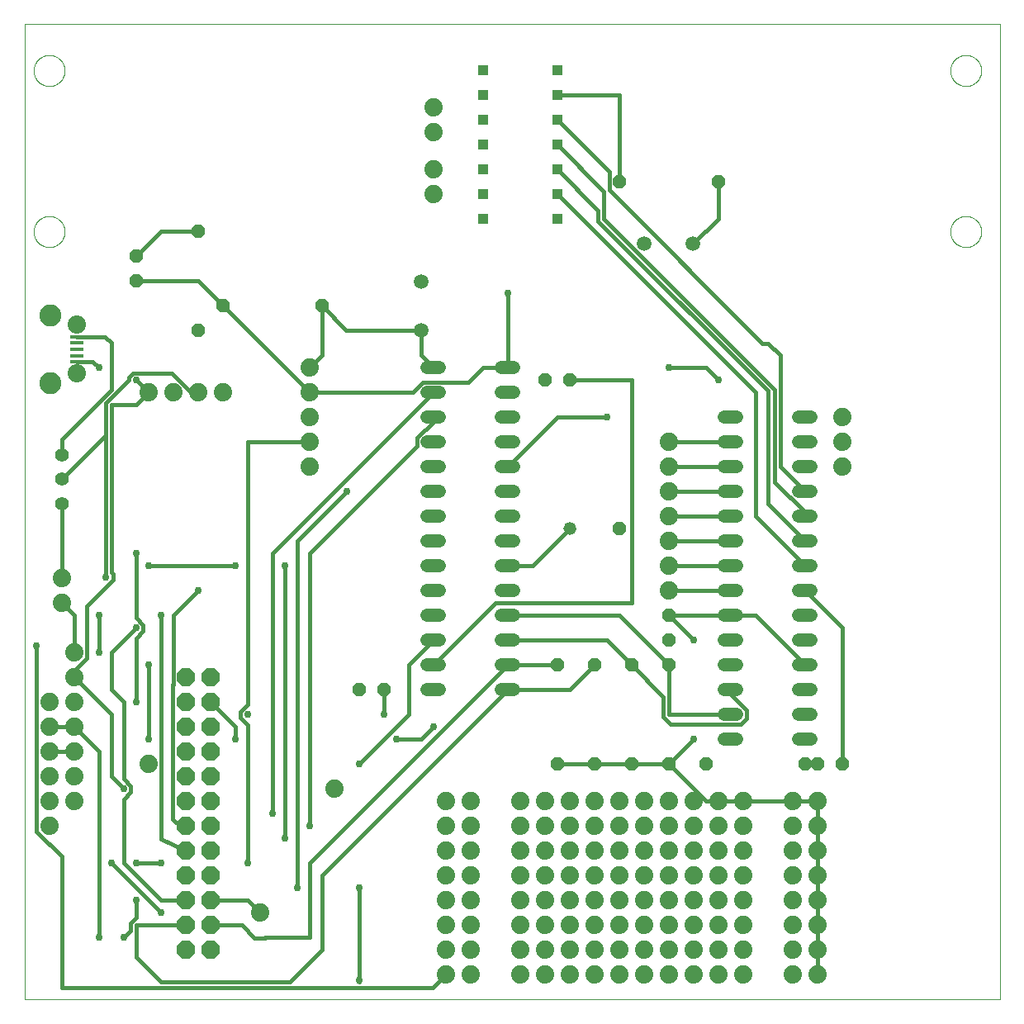
<source format=gtl>
G75*
%MOIN*%
%OFA0B0*%
%FSLAX25Y25*%
%IPPOS*%
%LPD*%
%AMOC8*
5,1,8,0,0,1.08239X$1,22.5*
%
%ADD10C,0.00000*%
%ADD11C,0.05200*%
%ADD12R,0.05315X0.01575*%
%ADD13C,0.07382*%
%ADD14C,0.08858*%
%ADD15C,0.07400*%
%ADD16C,0.05543*%
%ADD17OC8,0.05200*%
%ADD18C,0.05937*%
%ADD19C,0.05200*%
%ADD20R,0.04362X0.04362*%
%ADD21OC8,0.07400*%
%ADD22C,0.01600*%
%ADD23C,0.02978*%
D10*
X0003000Y0001800D02*
X0003000Y0395501D01*
X0396701Y0395501D01*
X0396701Y0001800D01*
X0003000Y0001800D01*
X0006750Y0311800D02*
X0006752Y0311958D01*
X0006758Y0312115D01*
X0006768Y0312273D01*
X0006782Y0312430D01*
X0006800Y0312586D01*
X0006821Y0312743D01*
X0006847Y0312898D01*
X0006877Y0313053D01*
X0006910Y0313207D01*
X0006948Y0313360D01*
X0006989Y0313513D01*
X0007034Y0313664D01*
X0007083Y0313814D01*
X0007136Y0313962D01*
X0007192Y0314110D01*
X0007253Y0314255D01*
X0007316Y0314400D01*
X0007384Y0314542D01*
X0007455Y0314683D01*
X0007529Y0314822D01*
X0007607Y0314959D01*
X0007689Y0315094D01*
X0007773Y0315227D01*
X0007862Y0315358D01*
X0007953Y0315486D01*
X0008048Y0315613D01*
X0008145Y0315736D01*
X0008246Y0315858D01*
X0008350Y0315976D01*
X0008457Y0316092D01*
X0008567Y0316205D01*
X0008679Y0316316D01*
X0008795Y0316423D01*
X0008913Y0316528D01*
X0009033Y0316630D01*
X0009156Y0316728D01*
X0009282Y0316824D01*
X0009410Y0316916D01*
X0009540Y0317005D01*
X0009672Y0317091D01*
X0009807Y0317173D01*
X0009944Y0317252D01*
X0010082Y0317327D01*
X0010222Y0317399D01*
X0010365Y0317467D01*
X0010508Y0317532D01*
X0010654Y0317593D01*
X0010801Y0317650D01*
X0010949Y0317704D01*
X0011099Y0317754D01*
X0011249Y0317800D01*
X0011401Y0317842D01*
X0011554Y0317881D01*
X0011708Y0317915D01*
X0011863Y0317946D01*
X0012018Y0317972D01*
X0012174Y0317995D01*
X0012331Y0318014D01*
X0012488Y0318029D01*
X0012645Y0318040D01*
X0012803Y0318047D01*
X0012961Y0318050D01*
X0013118Y0318049D01*
X0013276Y0318044D01*
X0013433Y0318035D01*
X0013591Y0318022D01*
X0013747Y0318005D01*
X0013904Y0317984D01*
X0014059Y0317960D01*
X0014214Y0317931D01*
X0014369Y0317898D01*
X0014522Y0317862D01*
X0014675Y0317821D01*
X0014826Y0317777D01*
X0014976Y0317729D01*
X0015125Y0317678D01*
X0015273Y0317622D01*
X0015419Y0317563D01*
X0015564Y0317500D01*
X0015707Y0317433D01*
X0015848Y0317363D01*
X0015987Y0317290D01*
X0016125Y0317213D01*
X0016261Y0317132D01*
X0016394Y0317048D01*
X0016525Y0316961D01*
X0016654Y0316870D01*
X0016781Y0316776D01*
X0016906Y0316679D01*
X0017027Y0316579D01*
X0017147Y0316476D01*
X0017263Y0316370D01*
X0017377Y0316261D01*
X0017489Y0316149D01*
X0017597Y0316035D01*
X0017702Y0315917D01*
X0017805Y0315797D01*
X0017904Y0315675D01*
X0018000Y0315550D01*
X0018093Y0315422D01*
X0018183Y0315293D01*
X0018269Y0315161D01*
X0018353Y0315027D01*
X0018432Y0314891D01*
X0018509Y0314753D01*
X0018581Y0314613D01*
X0018650Y0314471D01*
X0018716Y0314328D01*
X0018778Y0314183D01*
X0018836Y0314036D01*
X0018891Y0313888D01*
X0018942Y0313739D01*
X0018989Y0313588D01*
X0019032Y0313437D01*
X0019071Y0313284D01*
X0019107Y0313130D01*
X0019138Y0312976D01*
X0019166Y0312821D01*
X0019190Y0312665D01*
X0019210Y0312508D01*
X0019226Y0312351D01*
X0019238Y0312194D01*
X0019246Y0312037D01*
X0019250Y0311879D01*
X0019250Y0311721D01*
X0019246Y0311563D01*
X0019238Y0311406D01*
X0019226Y0311249D01*
X0019210Y0311092D01*
X0019190Y0310935D01*
X0019166Y0310779D01*
X0019138Y0310624D01*
X0019107Y0310470D01*
X0019071Y0310316D01*
X0019032Y0310163D01*
X0018989Y0310012D01*
X0018942Y0309861D01*
X0018891Y0309712D01*
X0018836Y0309564D01*
X0018778Y0309417D01*
X0018716Y0309272D01*
X0018650Y0309129D01*
X0018581Y0308987D01*
X0018509Y0308847D01*
X0018432Y0308709D01*
X0018353Y0308573D01*
X0018269Y0308439D01*
X0018183Y0308307D01*
X0018093Y0308178D01*
X0018000Y0308050D01*
X0017904Y0307925D01*
X0017805Y0307803D01*
X0017702Y0307683D01*
X0017597Y0307565D01*
X0017489Y0307451D01*
X0017377Y0307339D01*
X0017263Y0307230D01*
X0017147Y0307124D01*
X0017027Y0307021D01*
X0016906Y0306921D01*
X0016781Y0306824D01*
X0016654Y0306730D01*
X0016525Y0306639D01*
X0016394Y0306552D01*
X0016261Y0306468D01*
X0016125Y0306387D01*
X0015987Y0306310D01*
X0015848Y0306237D01*
X0015707Y0306167D01*
X0015564Y0306100D01*
X0015419Y0306037D01*
X0015273Y0305978D01*
X0015125Y0305922D01*
X0014976Y0305871D01*
X0014826Y0305823D01*
X0014675Y0305779D01*
X0014522Y0305738D01*
X0014369Y0305702D01*
X0014214Y0305669D01*
X0014059Y0305640D01*
X0013904Y0305616D01*
X0013747Y0305595D01*
X0013591Y0305578D01*
X0013433Y0305565D01*
X0013276Y0305556D01*
X0013118Y0305551D01*
X0012961Y0305550D01*
X0012803Y0305553D01*
X0012645Y0305560D01*
X0012488Y0305571D01*
X0012331Y0305586D01*
X0012174Y0305605D01*
X0012018Y0305628D01*
X0011863Y0305654D01*
X0011708Y0305685D01*
X0011554Y0305719D01*
X0011401Y0305758D01*
X0011249Y0305800D01*
X0011099Y0305846D01*
X0010949Y0305896D01*
X0010801Y0305950D01*
X0010654Y0306007D01*
X0010508Y0306068D01*
X0010365Y0306133D01*
X0010222Y0306201D01*
X0010082Y0306273D01*
X0009944Y0306348D01*
X0009807Y0306427D01*
X0009672Y0306509D01*
X0009540Y0306595D01*
X0009410Y0306684D01*
X0009282Y0306776D01*
X0009156Y0306872D01*
X0009033Y0306970D01*
X0008913Y0307072D01*
X0008795Y0307177D01*
X0008679Y0307284D01*
X0008567Y0307395D01*
X0008457Y0307508D01*
X0008350Y0307624D01*
X0008246Y0307742D01*
X0008145Y0307864D01*
X0008048Y0307987D01*
X0007953Y0308114D01*
X0007862Y0308242D01*
X0007773Y0308373D01*
X0007689Y0308506D01*
X0007607Y0308641D01*
X0007529Y0308778D01*
X0007455Y0308917D01*
X0007384Y0309058D01*
X0007316Y0309200D01*
X0007253Y0309345D01*
X0007192Y0309490D01*
X0007136Y0309638D01*
X0007083Y0309786D01*
X0007034Y0309936D01*
X0006989Y0310087D01*
X0006948Y0310240D01*
X0006910Y0310393D01*
X0006877Y0310547D01*
X0006847Y0310702D01*
X0006821Y0310857D01*
X0006800Y0311014D01*
X0006782Y0311170D01*
X0006768Y0311327D01*
X0006758Y0311485D01*
X0006752Y0311642D01*
X0006750Y0311800D01*
X0006750Y0376800D02*
X0006752Y0376958D01*
X0006758Y0377115D01*
X0006768Y0377273D01*
X0006782Y0377430D01*
X0006800Y0377586D01*
X0006821Y0377743D01*
X0006847Y0377898D01*
X0006877Y0378053D01*
X0006910Y0378207D01*
X0006948Y0378360D01*
X0006989Y0378513D01*
X0007034Y0378664D01*
X0007083Y0378814D01*
X0007136Y0378962D01*
X0007192Y0379110D01*
X0007253Y0379255D01*
X0007316Y0379400D01*
X0007384Y0379542D01*
X0007455Y0379683D01*
X0007529Y0379822D01*
X0007607Y0379959D01*
X0007689Y0380094D01*
X0007773Y0380227D01*
X0007862Y0380358D01*
X0007953Y0380486D01*
X0008048Y0380613D01*
X0008145Y0380736D01*
X0008246Y0380858D01*
X0008350Y0380976D01*
X0008457Y0381092D01*
X0008567Y0381205D01*
X0008679Y0381316D01*
X0008795Y0381423D01*
X0008913Y0381528D01*
X0009033Y0381630D01*
X0009156Y0381728D01*
X0009282Y0381824D01*
X0009410Y0381916D01*
X0009540Y0382005D01*
X0009672Y0382091D01*
X0009807Y0382173D01*
X0009944Y0382252D01*
X0010082Y0382327D01*
X0010222Y0382399D01*
X0010365Y0382467D01*
X0010508Y0382532D01*
X0010654Y0382593D01*
X0010801Y0382650D01*
X0010949Y0382704D01*
X0011099Y0382754D01*
X0011249Y0382800D01*
X0011401Y0382842D01*
X0011554Y0382881D01*
X0011708Y0382915D01*
X0011863Y0382946D01*
X0012018Y0382972D01*
X0012174Y0382995D01*
X0012331Y0383014D01*
X0012488Y0383029D01*
X0012645Y0383040D01*
X0012803Y0383047D01*
X0012961Y0383050D01*
X0013118Y0383049D01*
X0013276Y0383044D01*
X0013433Y0383035D01*
X0013591Y0383022D01*
X0013747Y0383005D01*
X0013904Y0382984D01*
X0014059Y0382960D01*
X0014214Y0382931D01*
X0014369Y0382898D01*
X0014522Y0382862D01*
X0014675Y0382821D01*
X0014826Y0382777D01*
X0014976Y0382729D01*
X0015125Y0382678D01*
X0015273Y0382622D01*
X0015419Y0382563D01*
X0015564Y0382500D01*
X0015707Y0382433D01*
X0015848Y0382363D01*
X0015987Y0382290D01*
X0016125Y0382213D01*
X0016261Y0382132D01*
X0016394Y0382048D01*
X0016525Y0381961D01*
X0016654Y0381870D01*
X0016781Y0381776D01*
X0016906Y0381679D01*
X0017027Y0381579D01*
X0017147Y0381476D01*
X0017263Y0381370D01*
X0017377Y0381261D01*
X0017489Y0381149D01*
X0017597Y0381035D01*
X0017702Y0380917D01*
X0017805Y0380797D01*
X0017904Y0380675D01*
X0018000Y0380550D01*
X0018093Y0380422D01*
X0018183Y0380293D01*
X0018269Y0380161D01*
X0018353Y0380027D01*
X0018432Y0379891D01*
X0018509Y0379753D01*
X0018581Y0379613D01*
X0018650Y0379471D01*
X0018716Y0379328D01*
X0018778Y0379183D01*
X0018836Y0379036D01*
X0018891Y0378888D01*
X0018942Y0378739D01*
X0018989Y0378588D01*
X0019032Y0378437D01*
X0019071Y0378284D01*
X0019107Y0378130D01*
X0019138Y0377976D01*
X0019166Y0377821D01*
X0019190Y0377665D01*
X0019210Y0377508D01*
X0019226Y0377351D01*
X0019238Y0377194D01*
X0019246Y0377037D01*
X0019250Y0376879D01*
X0019250Y0376721D01*
X0019246Y0376563D01*
X0019238Y0376406D01*
X0019226Y0376249D01*
X0019210Y0376092D01*
X0019190Y0375935D01*
X0019166Y0375779D01*
X0019138Y0375624D01*
X0019107Y0375470D01*
X0019071Y0375316D01*
X0019032Y0375163D01*
X0018989Y0375012D01*
X0018942Y0374861D01*
X0018891Y0374712D01*
X0018836Y0374564D01*
X0018778Y0374417D01*
X0018716Y0374272D01*
X0018650Y0374129D01*
X0018581Y0373987D01*
X0018509Y0373847D01*
X0018432Y0373709D01*
X0018353Y0373573D01*
X0018269Y0373439D01*
X0018183Y0373307D01*
X0018093Y0373178D01*
X0018000Y0373050D01*
X0017904Y0372925D01*
X0017805Y0372803D01*
X0017702Y0372683D01*
X0017597Y0372565D01*
X0017489Y0372451D01*
X0017377Y0372339D01*
X0017263Y0372230D01*
X0017147Y0372124D01*
X0017027Y0372021D01*
X0016906Y0371921D01*
X0016781Y0371824D01*
X0016654Y0371730D01*
X0016525Y0371639D01*
X0016394Y0371552D01*
X0016261Y0371468D01*
X0016125Y0371387D01*
X0015987Y0371310D01*
X0015848Y0371237D01*
X0015707Y0371167D01*
X0015564Y0371100D01*
X0015419Y0371037D01*
X0015273Y0370978D01*
X0015125Y0370922D01*
X0014976Y0370871D01*
X0014826Y0370823D01*
X0014675Y0370779D01*
X0014522Y0370738D01*
X0014369Y0370702D01*
X0014214Y0370669D01*
X0014059Y0370640D01*
X0013904Y0370616D01*
X0013747Y0370595D01*
X0013591Y0370578D01*
X0013433Y0370565D01*
X0013276Y0370556D01*
X0013118Y0370551D01*
X0012961Y0370550D01*
X0012803Y0370553D01*
X0012645Y0370560D01*
X0012488Y0370571D01*
X0012331Y0370586D01*
X0012174Y0370605D01*
X0012018Y0370628D01*
X0011863Y0370654D01*
X0011708Y0370685D01*
X0011554Y0370719D01*
X0011401Y0370758D01*
X0011249Y0370800D01*
X0011099Y0370846D01*
X0010949Y0370896D01*
X0010801Y0370950D01*
X0010654Y0371007D01*
X0010508Y0371068D01*
X0010365Y0371133D01*
X0010222Y0371201D01*
X0010082Y0371273D01*
X0009944Y0371348D01*
X0009807Y0371427D01*
X0009672Y0371509D01*
X0009540Y0371595D01*
X0009410Y0371684D01*
X0009282Y0371776D01*
X0009156Y0371872D01*
X0009033Y0371970D01*
X0008913Y0372072D01*
X0008795Y0372177D01*
X0008679Y0372284D01*
X0008567Y0372395D01*
X0008457Y0372508D01*
X0008350Y0372624D01*
X0008246Y0372742D01*
X0008145Y0372864D01*
X0008048Y0372987D01*
X0007953Y0373114D01*
X0007862Y0373242D01*
X0007773Y0373373D01*
X0007689Y0373506D01*
X0007607Y0373641D01*
X0007529Y0373778D01*
X0007455Y0373917D01*
X0007384Y0374058D01*
X0007316Y0374200D01*
X0007253Y0374345D01*
X0007192Y0374490D01*
X0007136Y0374638D01*
X0007083Y0374786D01*
X0007034Y0374936D01*
X0006989Y0375087D01*
X0006948Y0375240D01*
X0006910Y0375393D01*
X0006877Y0375547D01*
X0006847Y0375702D01*
X0006821Y0375857D01*
X0006800Y0376014D01*
X0006782Y0376170D01*
X0006768Y0376327D01*
X0006758Y0376485D01*
X0006752Y0376642D01*
X0006750Y0376800D01*
X0376750Y0376800D02*
X0376752Y0376958D01*
X0376758Y0377115D01*
X0376768Y0377273D01*
X0376782Y0377430D01*
X0376800Y0377586D01*
X0376821Y0377743D01*
X0376847Y0377898D01*
X0376877Y0378053D01*
X0376910Y0378207D01*
X0376948Y0378360D01*
X0376989Y0378513D01*
X0377034Y0378664D01*
X0377083Y0378814D01*
X0377136Y0378962D01*
X0377192Y0379110D01*
X0377253Y0379255D01*
X0377316Y0379400D01*
X0377384Y0379542D01*
X0377455Y0379683D01*
X0377529Y0379822D01*
X0377607Y0379959D01*
X0377689Y0380094D01*
X0377773Y0380227D01*
X0377862Y0380358D01*
X0377953Y0380486D01*
X0378048Y0380613D01*
X0378145Y0380736D01*
X0378246Y0380858D01*
X0378350Y0380976D01*
X0378457Y0381092D01*
X0378567Y0381205D01*
X0378679Y0381316D01*
X0378795Y0381423D01*
X0378913Y0381528D01*
X0379033Y0381630D01*
X0379156Y0381728D01*
X0379282Y0381824D01*
X0379410Y0381916D01*
X0379540Y0382005D01*
X0379672Y0382091D01*
X0379807Y0382173D01*
X0379944Y0382252D01*
X0380082Y0382327D01*
X0380222Y0382399D01*
X0380365Y0382467D01*
X0380508Y0382532D01*
X0380654Y0382593D01*
X0380801Y0382650D01*
X0380949Y0382704D01*
X0381099Y0382754D01*
X0381249Y0382800D01*
X0381401Y0382842D01*
X0381554Y0382881D01*
X0381708Y0382915D01*
X0381863Y0382946D01*
X0382018Y0382972D01*
X0382174Y0382995D01*
X0382331Y0383014D01*
X0382488Y0383029D01*
X0382645Y0383040D01*
X0382803Y0383047D01*
X0382961Y0383050D01*
X0383118Y0383049D01*
X0383276Y0383044D01*
X0383433Y0383035D01*
X0383591Y0383022D01*
X0383747Y0383005D01*
X0383904Y0382984D01*
X0384059Y0382960D01*
X0384214Y0382931D01*
X0384369Y0382898D01*
X0384522Y0382862D01*
X0384675Y0382821D01*
X0384826Y0382777D01*
X0384976Y0382729D01*
X0385125Y0382678D01*
X0385273Y0382622D01*
X0385419Y0382563D01*
X0385564Y0382500D01*
X0385707Y0382433D01*
X0385848Y0382363D01*
X0385987Y0382290D01*
X0386125Y0382213D01*
X0386261Y0382132D01*
X0386394Y0382048D01*
X0386525Y0381961D01*
X0386654Y0381870D01*
X0386781Y0381776D01*
X0386906Y0381679D01*
X0387027Y0381579D01*
X0387147Y0381476D01*
X0387263Y0381370D01*
X0387377Y0381261D01*
X0387489Y0381149D01*
X0387597Y0381035D01*
X0387702Y0380917D01*
X0387805Y0380797D01*
X0387904Y0380675D01*
X0388000Y0380550D01*
X0388093Y0380422D01*
X0388183Y0380293D01*
X0388269Y0380161D01*
X0388353Y0380027D01*
X0388432Y0379891D01*
X0388509Y0379753D01*
X0388581Y0379613D01*
X0388650Y0379471D01*
X0388716Y0379328D01*
X0388778Y0379183D01*
X0388836Y0379036D01*
X0388891Y0378888D01*
X0388942Y0378739D01*
X0388989Y0378588D01*
X0389032Y0378437D01*
X0389071Y0378284D01*
X0389107Y0378130D01*
X0389138Y0377976D01*
X0389166Y0377821D01*
X0389190Y0377665D01*
X0389210Y0377508D01*
X0389226Y0377351D01*
X0389238Y0377194D01*
X0389246Y0377037D01*
X0389250Y0376879D01*
X0389250Y0376721D01*
X0389246Y0376563D01*
X0389238Y0376406D01*
X0389226Y0376249D01*
X0389210Y0376092D01*
X0389190Y0375935D01*
X0389166Y0375779D01*
X0389138Y0375624D01*
X0389107Y0375470D01*
X0389071Y0375316D01*
X0389032Y0375163D01*
X0388989Y0375012D01*
X0388942Y0374861D01*
X0388891Y0374712D01*
X0388836Y0374564D01*
X0388778Y0374417D01*
X0388716Y0374272D01*
X0388650Y0374129D01*
X0388581Y0373987D01*
X0388509Y0373847D01*
X0388432Y0373709D01*
X0388353Y0373573D01*
X0388269Y0373439D01*
X0388183Y0373307D01*
X0388093Y0373178D01*
X0388000Y0373050D01*
X0387904Y0372925D01*
X0387805Y0372803D01*
X0387702Y0372683D01*
X0387597Y0372565D01*
X0387489Y0372451D01*
X0387377Y0372339D01*
X0387263Y0372230D01*
X0387147Y0372124D01*
X0387027Y0372021D01*
X0386906Y0371921D01*
X0386781Y0371824D01*
X0386654Y0371730D01*
X0386525Y0371639D01*
X0386394Y0371552D01*
X0386261Y0371468D01*
X0386125Y0371387D01*
X0385987Y0371310D01*
X0385848Y0371237D01*
X0385707Y0371167D01*
X0385564Y0371100D01*
X0385419Y0371037D01*
X0385273Y0370978D01*
X0385125Y0370922D01*
X0384976Y0370871D01*
X0384826Y0370823D01*
X0384675Y0370779D01*
X0384522Y0370738D01*
X0384369Y0370702D01*
X0384214Y0370669D01*
X0384059Y0370640D01*
X0383904Y0370616D01*
X0383747Y0370595D01*
X0383591Y0370578D01*
X0383433Y0370565D01*
X0383276Y0370556D01*
X0383118Y0370551D01*
X0382961Y0370550D01*
X0382803Y0370553D01*
X0382645Y0370560D01*
X0382488Y0370571D01*
X0382331Y0370586D01*
X0382174Y0370605D01*
X0382018Y0370628D01*
X0381863Y0370654D01*
X0381708Y0370685D01*
X0381554Y0370719D01*
X0381401Y0370758D01*
X0381249Y0370800D01*
X0381099Y0370846D01*
X0380949Y0370896D01*
X0380801Y0370950D01*
X0380654Y0371007D01*
X0380508Y0371068D01*
X0380365Y0371133D01*
X0380222Y0371201D01*
X0380082Y0371273D01*
X0379944Y0371348D01*
X0379807Y0371427D01*
X0379672Y0371509D01*
X0379540Y0371595D01*
X0379410Y0371684D01*
X0379282Y0371776D01*
X0379156Y0371872D01*
X0379033Y0371970D01*
X0378913Y0372072D01*
X0378795Y0372177D01*
X0378679Y0372284D01*
X0378567Y0372395D01*
X0378457Y0372508D01*
X0378350Y0372624D01*
X0378246Y0372742D01*
X0378145Y0372864D01*
X0378048Y0372987D01*
X0377953Y0373114D01*
X0377862Y0373242D01*
X0377773Y0373373D01*
X0377689Y0373506D01*
X0377607Y0373641D01*
X0377529Y0373778D01*
X0377455Y0373917D01*
X0377384Y0374058D01*
X0377316Y0374200D01*
X0377253Y0374345D01*
X0377192Y0374490D01*
X0377136Y0374638D01*
X0377083Y0374786D01*
X0377034Y0374936D01*
X0376989Y0375087D01*
X0376948Y0375240D01*
X0376910Y0375393D01*
X0376877Y0375547D01*
X0376847Y0375702D01*
X0376821Y0375857D01*
X0376800Y0376014D01*
X0376782Y0376170D01*
X0376768Y0376327D01*
X0376758Y0376485D01*
X0376752Y0376642D01*
X0376750Y0376800D01*
X0376750Y0311800D02*
X0376752Y0311958D01*
X0376758Y0312115D01*
X0376768Y0312273D01*
X0376782Y0312430D01*
X0376800Y0312586D01*
X0376821Y0312743D01*
X0376847Y0312898D01*
X0376877Y0313053D01*
X0376910Y0313207D01*
X0376948Y0313360D01*
X0376989Y0313513D01*
X0377034Y0313664D01*
X0377083Y0313814D01*
X0377136Y0313962D01*
X0377192Y0314110D01*
X0377253Y0314255D01*
X0377316Y0314400D01*
X0377384Y0314542D01*
X0377455Y0314683D01*
X0377529Y0314822D01*
X0377607Y0314959D01*
X0377689Y0315094D01*
X0377773Y0315227D01*
X0377862Y0315358D01*
X0377953Y0315486D01*
X0378048Y0315613D01*
X0378145Y0315736D01*
X0378246Y0315858D01*
X0378350Y0315976D01*
X0378457Y0316092D01*
X0378567Y0316205D01*
X0378679Y0316316D01*
X0378795Y0316423D01*
X0378913Y0316528D01*
X0379033Y0316630D01*
X0379156Y0316728D01*
X0379282Y0316824D01*
X0379410Y0316916D01*
X0379540Y0317005D01*
X0379672Y0317091D01*
X0379807Y0317173D01*
X0379944Y0317252D01*
X0380082Y0317327D01*
X0380222Y0317399D01*
X0380365Y0317467D01*
X0380508Y0317532D01*
X0380654Y0317593D01*
X0380801Y0317650D01*
X0380949Y0317704D01*
X0381099Y0317754D01*
X0381249Y0317800D01*
X0381401Y0317842D01*
X0381554Y0317881D01*
X0381708Y0317915D01*
X0381863Y0317946D01*
X0382018Y0317972D01*
X0382174Y0317995D01*
X0382331Y0318014D01*
X0382488Y0318029D01*
X0382645Y0318040D01*
X0382803Y0318047D01*
X0382961Y0318050D01*
X0383118Y0318049D01*
X0383276Y0318044D01*
X0383433Y0318035D01*
X0383591Y0318022D01*
X0383747Y0318005D01*
X0383904Y0317984D01*
X0384059Y0317960D01*
X0384214Y0317931D01*
X0384369Y0317898D01*
X0384522Y0317862D01*
X0384675Y0317821D01*
X0384826Y0317777D01*
X0384976Y0317729D01*
X0385125Y0317678D01*
X0385273Y0317622D01*
X0385419Y0317563D01*
X0385564Y0317500D01*
X0385707Y0317433D01*
X0385848Y0317363D01*
X0385987Y0317290D01*
X0386125Y0317213D01*
X0386261Y0317132D01*
X0386394Y0317048D01*
X0386525Y0316961D01*
X0386654Y0316870D01*
X0386781Y0316776D01*
X0386906Y0316679D01*
X0387027Y0316579D01*
X0387147Y0316476D01*
X0387263Y0316370D01*
X0387377Y0316261D01*
X0387489Y0316149D01*
X0387597Y0316035D01*
X0387702Y0315917D01*
X0387805Y0315797D01*
X0387904Y0315675D01*
X0388000Y0315550D01*
X0388093Y0315422D01*
X0388183Y0315293D01*
X0388269Y0315161D01*
X0388353Y0315027D01*
X0388432Y0314891D01*
X0388509Y0314753D01*
X0388581Y0314613D01*
X0388650Y0314471D01*
X0388716Y0314328D01*
X0388778Y0314183D01*
X0388836Y0314036D01*
X0388891Y0313888D01*
X0388942Y0313739D01*
X0388989Y0313588D01*
X0389032Y0313437D01*
X0389071Y0313284D01*
X0389107Y0313130D01*
X0389138Y0312976D01*
X0389166Y0312821D01*
X0389190Y0312665D01*
X0389210Y0312508D01*
X0389226Y0312351D01*
X0389238Y0312194D01*
X0389246Y0312037D01*
X0389250Y0311879D01*
X0389250Y0311721D01*
X0389246Y0311563D01*
X0389238Y0311406D01*
X0389226Y0311249D01*
X0389210Y0311092D01*
X0389190Y0310935D01*
X0389166Y0310779D01*
X0389138Y0310624D01*
X0389107Y0310470D01*
X0389071Y0310316D01*
X0389032Y0310163D01*
X0388989Y0310012D01*
X0388942Y0309861D01*
X0388891Y0309712D01*
X0388836Y0309564D01*
X0388778Y0309417D01*
X0388716Y0309272D01*
X0388650Y0309129D01*
X0388581Y0308987D01*
X0388509Y0308847D01*
X0388432Y0308709D01*
X0388353Y0308573D01*
X0388269Y0308439D01*
X0388183Y0308307D01*
X0388093Y0308178D01*
X0388000Y0308050D01*
X0387904Y0307925D01*
X0387805Y0307803D01*
X0387702Y0307683D01*
X0387597Y0307565D01*
X0387489Y0307451D01*
X0387377Y0307339D01*
X0387263Y0307230D01*
X0387147Y0307124D01*
X0387027Y0307021D01*
X0386906Y0306921D01*
X0386781Y0306824D01*
X0386654Y0306730D01*
X0386525Y0306639D01*
X0386394Y0306552D01*
X0386261Y0306468D01*
X0386125Y0306387D01*
X0385987Y0306310D01*
X0385848Y0306237D01*
X0385707Y0306167D01*
X0385564Y0306100D01*
X0385419Y0306037D01*
X0385273Y0305978D01*
X0385125Y0305922D01*
X0384976Y0305871D01*
X0384826Y0305823D01*
X0384675Y0305779D01*
X0384522Y0305738D01*
X0384369Y0305702D01*
X0384214Y0305669D01*
X0384059Y0305640D01*
X0383904Y0305616D01*
X0383747Y0305595D01*
X0383591Y0305578D01*
X0383433Y0305565D01*
X0383276Y0305556D01*
X0383118Y0305551D01*
X0382961Y0305550D01*
X0382803Y0305553D01*
X0382645Y0305560D01*
X0382488Y0305571D01*
X0382331Y0305586D01*
X0382174Y0305605D01*
X0382018Y0305628D01*
X0381863Y0305654D01*
X0381708Y0305685D01*
X0381554Y0305719D01*
X0381401Y0305758D01*
X0381249Y0305800D01*
X0381099Y0305846D01*
X0380949Y0305896D01*
X0380801Y0305950D01*
X0380654Y0306007D01*
X0380508Y0306068D01*
X0380365Y0306133D01*
X0380222Y0306201D01*
X0380082Y0306273D01*
X0379944Y0306348D01*
X0379807Y0306427D01*
X0379672Y0306509D01*
X0379540Y0306595D01*
X0379410Y0306684D01*
X0379282Y0306776D01*
X0379156Y0306872D01*
X0379033Y0306970D01*
X0378913Y0307072D01*
X0378795Y0307177D01*
X0378679Y0307284D01*
X0378567Y0307395D01*
X0378457Y0307508D01*
X0378350Y0307624D01*
X0378246Y0307742D01*
X0378145Y0307864D01*
X0378048Y0307987D01*
X0377953Y0308114D01*
X0377862Y0308242D01*
X0377773Y0308373D01*
X0377689Y0308506D01*
X0377607Y0308641D01*
X0377529Y0308778D01*
X0377455Y0308917D01*
X0377384Y0309058D01*
X0377316Y0309200D01*
X0377253Y0309345D01*
X0377192Y0309490D01*
X0377136Y0309638D01*
X0377083Y0309786D01*
X0377034Y0309936D01*
X0376989Y0310087D01*
X0376948Y0310240D01*
X0376910Y0310393D01*
X0376877Y0310547D01*
X0376847Y0310702D01*
X0376821Y0310857D01*
X0376800Y0311014D01*
X0376782Y0311170D01*
X0376768Y0311327D01*
X0376758Y0311485D01*
X0376752Y0311642D01*
X0376750Y0311800D01*
D11*
X0320600Y0236800D02*
X0315400Y0236800D01*
X0315400Y0226800D02*
X0320600Y0226800D01*
X0320600Y0216800D02*
X0315400Y0216800D01*
X0315400Y0206800D02*
X0320600Y0206800D01*
X0320600Y0196800D02*
X0315400Y0196800D01*
X0315400Y0186800D02*
X0320600Y0186800D01*
X0320600Y0176800D02*
X0315400Y0176800D01*
X0315400Y0166800D02*
X0320600Y0166800D01*
X0320600Y0156800D02*
X0315400Y0156800D01*
X0315400Y0146800D02*
X0320600Y0146800D01*
X0320600Y0136800D02*
X0315400Y0136800D01*
X0315400Y0126800D02*
X0320600Y0126800D01*
X0320600Y0116800D02*
X0315400Y0116800D01*
X0315400Y0106800D02*
X0320600Y0106800D01*
X0290600Y0106800D02*
X0285400Y0106800D01*
X0285400Y0116800D02*
X0290600Y0116800D01*
X0290600Y0126800D02*
X0285400Y0126800D01*
X0285400Y0136800D02*
X0290600Y0136800D01*
X0290600Y0146800D02*
X0285400Y0146800D01*
X0285400Y0156800D02*
X0290600Y0156800D01*
X0290600Y0166800D02*
X0285400Y0166800D01*
X0285400Y0176800D02*
X0290600Y0176800D01*
X0290600Y0186800D02*
X0285400Y0186800D01*
X0285400Y0196800D02*
X0290600Y0196800D01*
X0290600Y0206800D02*
X0285400Y0206800D01*
X0285400Y0216800D02*
X0290600Y0216800D01*
X0290600Y0226800D02*
X0285400Y0226800D01*
X0285400Y0236800D02*
X0290600Y0236800D01*
X0200600Y0236800D02*
X0195400Y0236800D01*
X0195400Y0246800D02*
X0200600Y0246800D01*
X0200600Y0256800D02*
X0195400Y0256800D01*
X0170600Y0256800D02*
X0165400Y0256800D01*
X0165400Y0246800D02*
X0170600Y0246800D01*
X0170600Y0236800D02*
X0165400Y0236800D01*
X0165400Y0226800D02*
X0170600Y0226800D01*
X0170600Y0216800D02*
X0165400Y0216800D01*
X0165400Y0206800D02*
X0170600Y0206800D01*
X0170600Y0196800D02*
X0165400Y0196800D01*
X0165400Y0186800D02*
X0170600Y0186800D01*
X0170600Y0176800D02*
X0165400Y0176800D01*
X0165400Y0166800D02*
X0170600Y0166800D01*
X0170600Y0156800D02*
X0165400Y0156800D01*
X0165400Y0146800D02*
X0170600Y0146800D01*
X0170600Y0136800D02*
X0165400Y0136800D01*
X0165400Y0126800D02*
X0170600Y0126800D01*
X0195400Y0126800D02*
X0200600Y0126800D01*
X0200600Y0136800D02*
X0195400Y0136800D01*
X0195400Y0146800D02*
X0200600Y0146800D01*
X0200600Y0156800D02*
X0195400Y0156800D01*
X0195400Y0166800D02*
X0200600Y0166800D01*
X0200600Y0176800D02*
X0195400Y0176800D01*
X0195400Y0186800D02*
X0200600Y0186800D01*
X0200600Y0196800D02*
X0195400Y0196800D01*
X0195400Y0206800D02*
X0200600Y0206800D01*
X0200600Y0216800D02*
X0195400Y0216800D01*
X0195400Y0226800D02*
X0200600Y0226800D01*
D12*
X0024130Y0259182D03*
X0024130Y0261741D03*
X0024130Y0264300D03*
X0024130Y0266859D03*
X0024130Y0269418D03*
D13*
X0024130Y0274143D03*
X0024130Y0254457D03*
D14*
X0013500Y0250520D03*
X0013500Y0278080D03*
D15*
X0053000Y0246800D03*
X0063000Y0246800D03*
X0073000Y0246800D03*
X0083000Y0246800D03*
X0118000Y0246800D03*
X0118000Y0236800D03*
X0118000Y0226800D03*
X0118000Y0216800D03*
X0118000Y0256800D03*
X0168000Y0326800D03*
X0168000Y0336800D03*
X0168000Y0351800D03*
X0168000Y0361800D03*
X0263000Y0226800D03*
X0263000Y0216800D03*
X0263000Y0206800D03*
X0263000Y0196800D03*
X0263000Y0186800D03*
X0263000Y0176800D03*
X0263000Y0166800D03*
X0333000Y0216800D03*
X0333000Y0226800D03*
X0333000Y0236800D03*
X0323000Y0081800D03*
X0323000Y0071800D03*
X0313000Y0071800D03*
X0313000Y0081800D03*
X0313000Y0061800D03*
X0323000Y0061800D03*
X0323000Y0051800D03*
X0323000Y0041800D03*
X0313000Y0041800D03*
X0313000Y0051800D03*
X0313000Y0031800D03*
X0313000Y0021800D03*
X0323000Y0021800D03*
X0323000Y0031800D03*
X0323000Y0011800D03*
X0313000Y0011800D03*
X0293000Y0011800D03*
X0293000Y0021800D03*
X0293000Y0031800D03*
X0293000Y0041800D03*
X0293000Y0051800D03*
X0293000Y0061800D03*
X0293000Y0071800D03*
X0293000Y0081800D03*
X0283000Y0081800D03*
X0283000Y0071800D03*
X0273000Y0071800D03*
X0273000Y0081800D03*
X0263000Y0081800D03*
X0263000Y0071800D03*
X0253000Y0071800D03*
X0253000Y0081800D03*
X0243000Y0081800D03*
X0243000Y0071800D03*
X0233000Y0071800D03*
X0233000Y0081800D03*
X0223000Y0081800D03*
X0223000Y0071800D03*
X0213000Y0071800D03*
X0213000Y0081800D03*
X0203000Y0081800D03*
X0203000Y0071800D03*
X0203000Y0061800D03*
X0203000Y0051800D03*
X0203000Y0041800D03*
X0203000Y0031800D03*
X0203000Y0021800D03*
X0203000Y0011800D03*
X0213000Y0011800D03*
X0223000Y0011800D03*
X0223000Y0021800D03*
X0223000Y0031800D03*
X0213000Y0031800D03*
X0213000Y0021800D03*
X0213000Y0041800D03*
X0213000Y0051800D03*
X0223000Y0051800D03*
X0223000Y0041800D03*
X0233000Y0041800D03*
X0233000Y0051800D03*
X0243000Y0051800D03*
X0243000Y0041800D03*
X0243000Y0031800D03*
X0243000Y0021800D03*
X0233000Y0021800D03*
X0233000Y0031800D03*
X0233000Y0011800D03*
X0243000Y0011800D03*
X0253000Y0011800D03*
X0263000Y0011800D03*
X0263000Y0021800D03*
X0263000Y0031800D03*
X0253000Y0031800D03*
X0253000Y0021800D03*
X0253000Y0041800D03*
X0253000Y0051800D03*
X0263000Y0051800D03*
X0263000Y0041800D03*
X0273000Y0041800D03*
X0273000Y0051800D03*
X0283000Y0051800D03*
X0283000Y0041800D03*
X0283000Y0031800D03*
X0283000Y0021800D03*
X0273000Y0021800D03*
X0273000Y0031800D03*
X0273000Y0011800D03*
X0283000Y0011800D03*
X0283000Y0061800D03*
X0273000Y0061800D03*
X0263000Y0061800D03*
X0253000Y0061800D03*
X0243000Y0061800D03*
X0233000Y0061800D03*
X0223000Y0061800D03*
X0213000Y0061800D03*
X0183000Y0061800D03*
X0173000Y0061800D03*
X0173000Y0051800D03*
X0173000Y0041800D03*
X0183000Y0041800D03*
X0183000Y0051800D03*
X0183000Y0031800D03*
X0183000Y0021800D03*
X0173000Y0021800D03*
X0173000Y0031800D03*
X0173000Y0011800D03*
X0183000Y0011800D03*
X0183000Y0071800D03*
X0183000Y0081800D03*
X0173000Y0081800D03*
X0173000Y0071800D03*
X0128000Y0086800D03*
X0098000Y0036800D03*
X0053000Y0096800D03*
X0023000Y0091800D03*
X0023000Y0101800D03*
X0013000Y0101800D03*
X0013000Y0091800D03*
X0013000Y0081800D03*
X0013000Y0071800D03*
X0023000Y0081800D03*
X0023000Y0111800D03*
X0023000Y0121800D03*
X0013000Y0121800D03*
X0013000Y0111800D03*
X0023000Y0131800D03*
X0023000Y0141800D03*
X0018000Y0161800D03*
X0018000Y0171800D03*
D16*
X0018000Y0201957D03*
X0018000Y0211800D03*
X0018000Y0221643D03*
D17*
X0073000Y0271800D03*
X0083000Y0281800D03*
X0073000Y0311800D03*
X0048000Y0301800D03*
X0048000Y0291800D03*
X0123000Y0281800D03*
X0213000Y0251800D03*
X0223000Y0251800D03*
X0243000Y0191800D03*
X0263000Y0156800D03*
X0263000Y0146800D03*
X0263000Y0136800D03*
X0248000Y0136800D03*
X0233000Y0136800D03*
X0218000Y0136800D03*
X0218000Y0096800D03*
X0233000Y0096800D03*
X0248000Y0096800D03*
X0263000Y0096800D03*
X0278000Y0096800D03*
X0318000Y0096800D03*
X0323000Y0096800D03*
X0333000Y0096800D03*
X0148000Y0126800D03*
X0138000Y0126800D03*
X0243000Y0331800D03*
X0283000Y0331800D03*
D18*
X0272843Y0306800D03*
X0253157Y0306800D03*
X0163000Y0291643D03*
X0163000Y0271957D03*
D19*
X0223000Y0191800D03*
D20*
X0218000Y0316800D03*
X0218000Y0326800D03*
X0218000Y0336800D03*
X0218000Y0346800D03*
X0218000Y0356800D03*
X0218000Y0366800D03*
X0218000Y0376800D03*
X0188000Y0376800D03*
X0188000Y0366800D03*
X0188000Y0356800D03*
X0188000Y0346800D03*
X0188000Y0336800D03*
X0188000Y0326800D03*
X0188000Y0316800D03*
D21*
X0078000Y0131800D03*
X0068000Y0131800D03*
X0068000Y0121800D03*
X0068000Y0111800D03*
X0078000Y0111800D03*
X0078000Y0121800D03*
X0078000Y0101800D03*
X0078000Y0091800D03*
X0068000Y0091800D03*
X0068000Y0101800D03*
X0068000Y0081800D03*
X0068000Y0071800D03*
X0078000Y0071800D03*
X0078000Y0081800D03*
X0078000Y0061800D03*
X0068000Y0061800D03*
X0068000Y0051800D03*
X0068000Y0041800D03*
X0078000Y0041800D03*
X0078000Y0051800D03*
X0078000Y0031800D03*
X0078000Y0021800D03*
X0068000Y0021800D03*
X0068000Y0031800D03*
D22*
X0048000Y0031800D01*
X0048000Y0018800D01*
X0058000Y0008800D01*
X0110000Y0008800D01*
X0123000Y0021800D01*
X0123000Y0051800D01*
X0198000Y0126800D01*
X0223000Y0126800D01*
X0233000Y0136800D01*
X0238000Y0146800D02*
X0248000Y0136800D01*
X0260800Y0124000D01*
X0260800Y0115889D01*
X0263889Y0112800D01*
X0292257Y0112800D01*
X0294600Y0115143D01*
X0294600Y0118457D01*
X0288000Y0125057D01*
X0288000Y0126800D01*
X0288000Y0116800D02*
X0263000Y0116800D01*
X0263000Y0136800D01*
X0243000Y0156800D01*
X0198000Y0156800D01*
X0193000Y0161800D02*
X0248000Y0161800D01*
X0248000Y0251800D01*
X0223000Y0251800D01*
X0218000Y0236800D02*
X0238000Y0236800D01*
X0218000Y0236800D02*
X0198000Y0216800D01*
X0223000Y0191800D02*
X0208000Y0176800D01*
X0198000Y0176800D01*
X0193000Y0161800D02*
X0168000Y0136800D01*
X0168000Y0146800D02*
X0158000Y0136800D01*
X0158000Y0116800D01*
X0138000Y0096800D01*
X0153000Y0106800D02*
X0163000Y0106800D01*
X0168000Y0111800D01*
X0148000Y0116800D02*
X0148000Y0126800D01*
X0198000Y0136800D02*
X0118000Y0056800D01*
X0118000Y0026800D01*
X0100212Y0026800D01*
X0100112Y0026700D01*
X0095887Y0026700D01*
X0090787Y0031800D01*
X0078000Y0031800D01*
X0078000Y0041800D02*
X0093000Y0041800D01*
X0098000Y0036800D01*
X0113000Y0046800D02*
X0113000Y0186800D01*
X0133000Y0206800D01*
X0118000Y0226800D02*
X0093000Y0226800D01*
X0093000Y0120886D01*
X0090111Y0117997D01*
X0090111Y0115603D01*
X0093000Y0112714D01*
X0093000Y0056800D01*
X0108000Y0066800D02*
X0108000Y0176800D01*
X0103000Y0181800D02*
X0168000Y0246800D01*
X0163743Y0250800D02*
X0182000Y0250800D01*
X0188000Y0256800D01*
X0198000Y0256800D01*
X0198000Y0286800D01*
X0168000Y0256800D02*
X0163000Y0261800D01*
X0163000Y0271957D01*
X0132843Y0271957D01*
X0123000Y0281800D01*
X0123000Y0261800D01*
X0118000Y0256800D01*
X0118000Y0246800D02*
X0159743Y0246800D01*
X0163743Y0250800D01*
X0168000Y0236800D02*
X0168000Y0235057D01*
X0161400Y0228457D01*
X0161400Y0225200D01*
X0118000Y0181800D01*
X0118000Y0071800D01*
X0103000Y0076800D02*
X0103000Y0181800D01*
X0088000Y0176800D02*
X0053000Y0176800D01*
X0048000Y0181800D02*
X0048000Y0155886D01*
X0050889Y0152997D01*
X0050889Y0150603D01*
X0048000Y0147714D01*
X0048000Y0121800D01*
X0043000Y0121800D02*
X0043000Y0090886D01*
X0045889Y0087997D01*
X0045889Y0085603D01*
X0043000Y0082714D01*
X0043000Y0056800D01*
X0058000Y0041800D01*
X0068000Y0041800D01*
X0058000Y0036800D02*
X0038000Y0056800D01*
X0048000Y0056800D02*
X0058000Y0056800D01*
X0058100Y0066700D02*
X0058100Y0093912D01*
X0058000Y0094012D01*
X0058000Y0156800D01*
X0063000Y0156800D02*
X0073000Y0166800D01*
X0063000Y0156800D02*
X0063000Y0129012D01*
X0062900Y0128912D01*
X0062900Y0074688D01*
X0065788Y0071800D01*
X0068000Y0071800D01*
X0068000Y0061800D02*
X0058100Y0066700D01*
X0043000Y0086800D02*
X0038000Y0091800D01*
X0038000Y0116800D01*
X0023000Y0131800D01*
X0023000Y0134588D01*
X0028100Y0139688D01*
X0028100Y0160602D01*
X0038689Y0171191D01*
X0038689Y0173584D01*
X0038000Y0174273D01*
X0038000Y0241800D01*
X0048000Y0241800D01*
X0053000Y0246800D01*
X0048000Y0251800D01*
X0045111Y0252022D02*
X0045111Y0252997D01*
X0046803Y0254689D01*
X0062324Y0254689D01*
X0070213Y0246800D01*
X0073000Y0246800D01*
X0045111Y0252022D02*
X0035800Y0242711D01*
X0035800Y0229600D01*
X0035800Y0172388D01*
X0033000Y0156800D02*
X0033000Y0141800D01*
X0038000Y0141800D02*
X0048000Y0151800D01*
X0038000Y0141800D02*
X0038000Y0126800D01*
X0043000Y0121800D01*
X0053000Y0136800D02*
X0053000Y0106800D01*
X0033000Y0101800D02*
X0023000Y0111800D01*
X0013000Y0111800D01*
X0013000Y0101800D02*
X0023000Y0101800D01*
X0033000Y0101800D02*
X0033000Y0026800D01*
X0043000Y0026800D02*
X0045800Y0029600D01*
X0045800Y0032711D01*
X0048000Y0034911D01*
X0048000Y0041800D01*
X0018000Y0059587D02*
X0007900Y0069688D01*
X0007900Y0144488D01*
X0023000Y0141800D02*
X0023000Y0156800D01*
X0018000Y0161800D01*
X0018000Y0171800D02*
X0018000Y0201957D01*
X0018000Y0211800D02*
X0035800Y0229600D01*
X0018000Y0228023D02*
X0018000Y0221643D01*
X0018000Y0228023D02*
X0038000Y0248023D01*
X0038000Y0266800D01*
X0035382Y0269418D01*
X0024130Y0269418D01*
X0024130Y0259182D02*
X0030618Y0259182D01*
X0033000Y0256800D01*
X0048000Y0291800D02*
X0073000Y0291800D01*
X0083000Y0281800D01*
X0118000Y0246800D01*
X0073000Y0311800D02*
X0058000Y0311800D01*
X0048000Y0301800D01*
X0198000Y0146800D02*
X0238000Y0146800D01*
X0218000Y0136800D02*
X0198000Y0136800D01*
X0218000Y0096800D02*
X0263000Y0096800D01*
X0278000Y0081800D01*
X0323000Y0081800D01*
X0323000Y0071800D01*
X0323000Y0061800D01*
X0323000Y0051800D01*
X0323000Y0041800D01*
X0323000Y0031800D01*
X0323000Y0021800D01*
X0323000Y0011800D01*
X0323000Y0096800D02*
X0318000Y0096800D01*
X0333000Y0096800D02*
X0333000Y0151800D01*
X0318000Y0166800D01*
X0318000Y0176800D02*
X0298000Y0196800D01*
X0298000Y0246800D01*
X0218000Y0326800D01*
X0218000Y0336800D02*
X0234600Y0320200D01*
X0234600Y0316068D01*
X0303000Y0247668D01*
X0303000Y0201800D01*
X0318000Y0186800D01*
X0318000Y0196800D02*
X0318000Y0198543D01*
X0305800Y0210743D01*
X0305800Y0247979D01*
X0236800Y0316979D01*
X0236800Y0328000D01*
X0218000Y0346800D01*
X0218000Y0356800D02*
X0239000Y0335800D01*
X0239000Y0328588D01*
X0300888Y0266700D01*
X0303100Y0266700D01*
X0308000Y0261800D01*
X0308000Y0216800D01*
X0318000Y0206800D01*
X0288000Y0206800D02*
X0263000Y0206800D01*
X0263000Y0196800D02*
X0288000Y0196800D01*
X0288000Y0186800D02*
X0263000Y0186800D01*
X0263000Y0176800D02*
X0288000Y0176800D01*
X0288000Y0166800D02*
X0263000Y0166800D01*
X0263000Y0156800D02*
X0288000Y0156800D01*
X0298000Y0156800D01*
X0318000Y0136800D01*
X0273000Y0146800D02*
X0263000Y0156800D01*
X0273000Y0106800D02*
X0263000Y0096800D01*
X0173000Y0011800D02*
X0167800Y0006600D01*
X0018000Y0006600D01*
X0018000Y0059587D01*
X0078000Y0121800D02*
X0088000Y0111800D01*
X0088000Y0106800D01*
X0138000Y0046800D02*
X0138000Y0009489D01*
X0138000Y0008800D01*
X0263000Y0216800D02*
X0288000Y0216800D01*
X0288000Y0226800D02*
X0263000Y0226800D01*
X0283000Y0251800D02*
X0278000Y0256800D01*
X0263000Y0256800D01*
X0272843Y0306800D02*
X0283000Y0316957D01*
X0283000Y0331800D01*
X0243000Y0331800D02*
X0243000Y0366800D01*
X0218000Y0366800D01*
D23*
X0198000Y0286800D03*
X0238000Y0236800D03*
X0263000Y0256800D03*
X0283000Y0251800D03*
X0273000Y0146800D03*
X0273000Y0106800D03*
X0168000Y0111800D03*
X0153000Y0106800D03*
X0148000Y0116800D03*
X0138000Y0096800D03*
X0118000Y0071800D03*
X0108000Y0066800D03*
X0103000Y0076800D03*
X0093000Y0056800D03*
X0113000Y0046800D03*
X0138000Y0046800D03*
X0138000Y0009489D03*
X0058000Y0036800D03*
X0048000Y0041800D03*
X0048000Y0056800D03*
X0058000Y0056800D03*
X0038000Y0056800D03*
X0043000Y0086800D03*
X0053000Y0106800D03*
X0048000Y0121800D03*
X0053000Y0136800D03*
X0048000Y0151800D03*
X0058000Y0156800D03*
X0073000Y0166800D03*
X0088000Y0176800D03*
X0108000Y0176800D03*
X0133000Y0206800D03*
X0053000Y0176800D03*
X0048000Y0181800D03*
X0035800Y0172388D03*
X0033000Y0156800D03*
X0033000Y0141800D03*
X0007900Y0144488D03*
X0088000Y0106800D03*
X0093000Y0116800D03*
X0043000Y0026800D03*
X0033000Y0026800D03*
X0048000Y0251800D03*
X0033000Y0256800D03*
M02*

</source>
